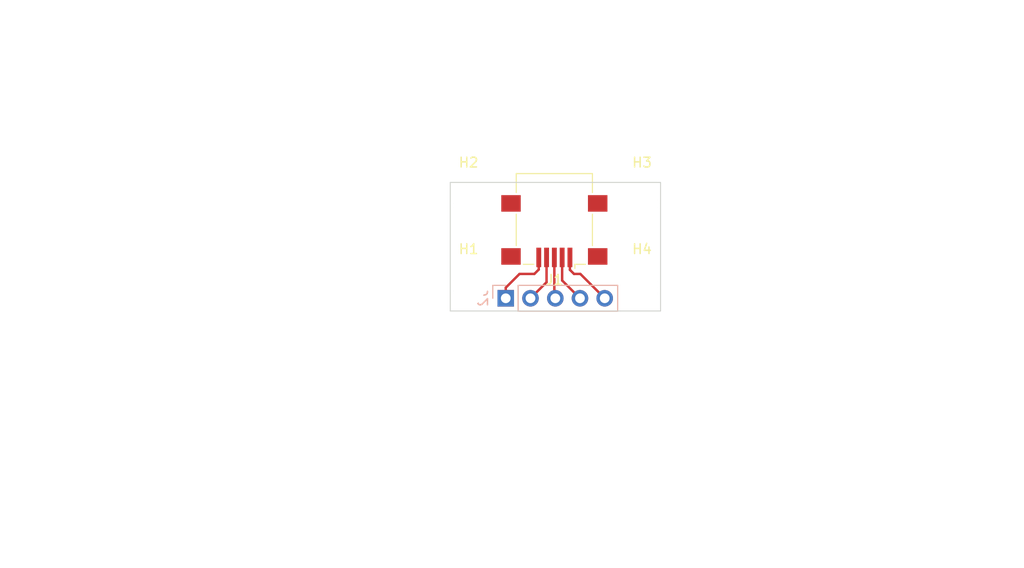
<source format=kicad_pcb>
(kicad_pcb (version 20221018) (generator pcbnew)
  (layers (0 "F.Cu" signal) (31 "B.Cu" signal) (34 "B.Paste" user) (35 "F.Paste" user) (36 "B.SilkS" user "B.Silkscreen") (37 "F.SilkS" user "F.Silkscreen") (38 "B.Mask" user) (39 "F.Mask" user) (44 "Edge.Cuts" user))
  (net 0 "")
  (net 1 "/VBUS")
  (net 2 "/D-")
  (net 3 "/D+")
  (net 4 "/ID")
  (net 5 "/GND")
  (footprint "Connector_USB:USB_Mini-B_Lumberg_2486_01_Horizontal" (layer "F.Cu") (at 152.925 111.175 180)
    (fp_text reference "J1" (at 0 -5) (layer "F.SilkS"))
    (fp_text value "USB_OTG")
    (fp_line (start -3.91 1.74) (end -3.91 -1.49) (stroke (width 0.12)) (layer "F.SilkS"))
    (fp_line (start -3.91 5.91) (end -3.91 3.96) (stroke (width 0.12)) (layer "F.SilkS"))
    (fp_line (start -3.19 -3.41) (end -2.11 -3.41) (stroke (width 0.12)) (layer "F.SilkS"))
    (fp_line (start -2.11 -3.41) (end -2.11 -3.84) (stroke (width 0.12)) (layer "F.SilkS"))
    (fp_line (start 2.11 -3.41) (end 3.19 -3.41) (stroke (width 0.12)) (layer "F.SilkS"))
    (fp_line (start 3.91 1.74) (end 3.91 -1.49) (stroke (width 0.12)) (layer "F.SilkS"))
    (fp_line (start 3.91 5.91) (end -3.91 5.91) (stroke (width 0.12)) (layer "F.SilkS"))
    (fp_line (start 3.91 5.91) (end 3.91 3.96) (stroke (width 0.12)) (layer "F.SilkS"))
    (pad "" np_thru_hole circle (at -2.2 0 180) (size 1 1) (drill 1) (layers "*.Cu" "*.Mask"))
    (pad "" np_thru_hole circle (at 2.2 0 180) (size 1 1) (drill 1) (layers "*.Cu" "*.Mask"))
    (pad "1" smd rect (at -1.6 -2.7 180) (size 0.5 2) (layers "F.Cu" "F.Paste" "F.Mask") (net 1 "/VBUS"))
    (pad "2" smd rect (at -0.8 -2.7 180) (size 0.5 2) (layers "F.Cu" "F.Paste" "F.Mask") (net 2 "/D-"))
    (pad "3" smd rect (at 0 -2.7 180) (size 0.5 2) (layers "F.Cu" "F.Paste" "F.Mask") (net 3 "/D+"))
    (pad "4" smd rect (at 0.8 -2.7 180) (size 0.5 2) (layers "F.Cu" "F.Paste" "F.Mask") (net 4 "/ID"))
    (pad "5" smd rect (at 1.6 -2.7 180) (size 0.5 2) (layers "F.Cu" "F.Paste" "F.Mask") (net 5 "/GND"))
    (pad "6" smd rect (at -4.45 -2.6 180) (size 2 1.7) (layers "F.Cu" "F.Paste" "F.Mask"))
    (pad "6" smd rect (at -4.45 2.85 180) (size 2 1.7) (layers "F.Cu" "F.Paste" "F.Mask"))
    (pad "6" smd rect (at 4.45 -2.6 180) (size 2 1.7) (layers "F.Cu" "F.Paste" "F.Mask"))
    (pad "6" smd rect (at 4.45 2.85 180) (size 2 1.7) (layers "F.Cu" "F.Paste" "F.Mask"))
  )
  (footprint "MountingHole:MountingHole_3.2mm_M3" (layer "F.Cu") (at 161.925 108.325)
    (fp_text reference "H3" (at 0 -4.2) (layer "F.SilkS"))
    (fp_text value "MountingHole" hide)
    (pad "" np_thru_hole circle (at 0 0) (size 3.2 3.2) (drill 3.2) (layers "*.Cu" "*.Mask"))
  )
  (footprint "MountingHole:MountingHole_3.2mm_M3" (layer "F.Cu") (at 161.925 117.221)
    (fp_text reference "H4" (at 0 -4.2) (layer "F.SilkS"))
    (fp_text value "MountingHole" hide)
    (pad "" np_thru_hole circle (at 0 0) (size 3.2 3.2) (drill 3.2) (layers "*.Cu" "*.Mask"))
  )
  (footprint "MountingHole:MountingHole_3.2mm_M3" (layer "F.Cu") (at 144.1196 108.325)
    (fp_text reference "H2" (at 0 -4.2) (layer "F.SilkS"))
    (fp_text value "MountingHole" hide)
    (pad "" np_thru_hole circle (at 0 0) (size 3.2 3.2) (drill 3.2) (layers "*.Cu" "*.Mask"))
  )
  (footprint "MountingHole:MountingHole_3.2mm_M3" (layer "F.Cu") (at 144.1196 117.221)
    (fp_text reference "H1" (at 0 -4.2) (layer "F.SilkS"))
    (fp_text value "MountingHole" hide)
    (pad "" np_thru_hole circle (at 0 0) (size 3.2 3.2) (drill 3.2) (layers "*.Cu" "*.Mask"))
  )
  (footprint "Connector_PinHeader_2.54mm:PinHeader_1x05_P2.54mm_Vertical" (layer "B.Cu") (at 147.935 118.075 -90)
    (fp_text reference "J2" (at 0 2.33 90) (layer "B.SilkS") (effects (justify mirror)))
    (fp_text value "Conn_01x05_Pin" hide)
    (fp_line (start -1.33 -11.49) (end 1.33 -11.49) (stroke (width 0.12)) (layer "B.SilkS"))
    (fp_line (start -1.33 -1.27) (end -1.33 -11.49) (stroke (width 0.12)) (layer "B.SilkS"))
    (fp_line (start -1.33 -1.27) (end 1.33 -1.27) (stroke (width 0.12)) (layer "B.SilkS"))
    (fp_line (start -1.33 0) (end -1.33 1.33) (stroke (width 0.12)) (layer "B.SilkS"))
    (fp_line (start -1.33 1.33) (end 0 1.33) (stroke (width 0.12)) (layer "B.SilkS"))
    (fp_line (start 1.33 -1.27) (end 1.33 -11.49) (stroke (width 0.12)) (layer "B.SilkS"))
    (pad "1" thru_hole rect (at 0 0 270) (size 1.7 1.7) (drill 1) (layers "*.Cu" "*.Mask") (net 5 "/GND"))
    (pad "2" thru_hole oval (at 0 -2.54 270) (size 1.7 1.7) (drill 1) (layers "*.Cu" "*.Mask") (net 4 "/ID"))
    (pad "3" thru_hole oval (at 0 -5.09 270) (size 1.7 1.7) (drill 1) (layers "*.Cu" "*.Mask") (net 3 "/D+"))
    (pad "4" thru_hole oval (at 0 -7.62 270) (size 1.7 1.7) (drill 1) (layers "*.Cu" "*.Mask") (net 2 "/D-"))
    (pad "5" thru_hole oval (at 0 -10.16 270) (size 1.7 1.7) (drill 1) (layers "*.Cu" "*.Mask") (net 1 "/VBUS"))
  )
  (gr_line (start 163.83 119.38) (end 163.83 106.172) (stroke (width 0.1)) (layer "Edge.Cuts"))
  (gr_line (start 142.24 106.172) (end 142.24 119.38) (stroke (width 0.1)) (layer "Edge.Cuts"))
  (gr_line (start 163.83 106.172) (end 142.24 106.172) (stroke (width 0.1)) (layer "Edge.Cuts"))
  (gr_line (start 142.24 119.38) (end 163.83 119.38) (stroke (width 0.1)) (layer "Edge.Cuts"))
  (segment (start 154.94 115.57) (end 155.59 115.57) (width 0.25) (layer "F.Cu") (net 1))
  (segment (start 154.525 115.155) (end 154.94 115.57) (width 0.25) (layer "F.Cu") (net 1))
  (segment (start 154.525 113.875) (end 154.525 115.155) (width 0.25) (layer "F.Cu") (net 1))
  (segment (start 155.59 115.57) (end 158.095 118.075) (width 0.25) (layer "F.Cu") (net 1))
  (segment (start 153.725 116.245) (end 155.555 118.075) (width 0.25) (layer "F.Cu") (net 2))
  (segment (start 153.725 113.875) (end 153.725 116.245) (width 0.25) (layer "F.Cu") (net 2))
  (segment (start 152.925 113.875) (end 152.925 117.975) (width 0.25) (layer "F.Cu") (net 3))
  (segment (start 152.925 117.975) (end 153.025 118.075) (width 0.25) (layer "F.Cu") (net 3))
  (segment (start 152.125 113.875) (end 152.125 116.425) (width 0.25) (layer "F.Cu") (net 4))
  (segment (start 152.125 116.425) (end 150.475 118.075) (width 0.25) (layer "F.Cu") (net 4))
  (segment (start 151.325 113.875) (end 151.325 115.121) (width 0.25) (layer "F.Cu") (net 5))
  (segment (start 149.352 115.57) (end 147.935 116.987) (width 0.25) (layer "F.Cu") (net 5))
  (segment (start 150.876 115.57) (end 149.352 115.57) (width 0.25) (layer "F.Cu") (net 5))
  (segment (start 147.935 116.987) (end 147.935 118.075) (width 0.25) (layer "F.Cu") (net 5))
  (segment (start 151.325 115.121) (end 150.876 115.57) (width 0.25) (layer "F.Cu") (net 5))
)
</source>
